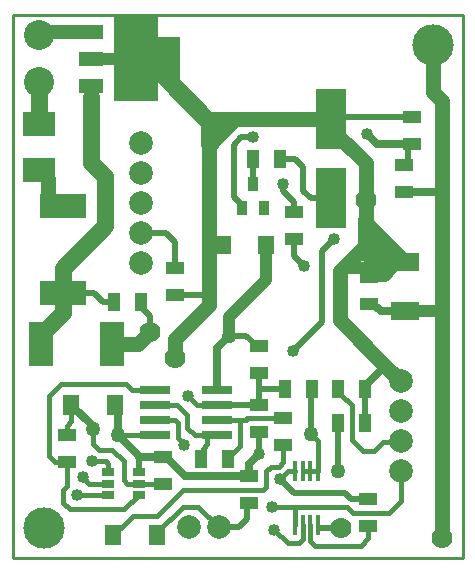
<source format=gtl>
%FSLAX25Y25*%
%MOIN*%
G70*
G01*
G75*
G04 Layer_Physical_Order=1*
G04 Layer_Color=255*
%ADD10R,0.05906X0.03937*%
%ADD11R,0.03937X0.05906*%
%ADD12R,0.11024X0.07874*%
%ADD13R,0.05512X0.07087*%
%ADD14R,0.07874X0.14961*%
%ADD15R,0.10000X0.20000*%
%ADD16R,0.01700X0.06600*%
%ADD17R,0.15748X0.07874*%
%ADD18R,0.10000X0.03000*%
%ADD19R,0.09000X0.15000*%
%ADD20R,0.08465X0.05000*%
%ADD21R,0.03500X0.05000*%
%ADD22R,0.04200X0.02600*%
%ADD23R,0.05512X0.06299*%
%ADD24R,0.09449X0.06299*%
%ADD25C,0.02000*%
%ADD26C,0.05000*%
%ADD27C,0.06000*%
%ADD28C,0.04500*%
%ADD29C,0.05500*%
%ADD30C,0.01500*%
%ADD31C,0.03000*%
%ADD32C,0.04000*%
%ADD33C,0.02500*%
%ADD34C,0.01000*%
%ADD35R,0.08000X0.04428*%
%ADD36R,0.07572X0.06428*%
%ADD37R,0.06500X0.08500*%
%ADD38R,0.04500X0.03500*%
%ADD39R,0.04000X0.12000*%
%ADD40R,0.04700X0.09400*%
%ADD41R,0.10000X0.05200*%
%ADD42R,0.15100X0.28000*%
%ADD43R,0.08000X0.06500*%
%ADD44R,0.07500X0.03500*%
%ADD45C,0.07874*%
%ADD46C,0.13780*%
%ADD47C,0.10000*%
%ADD48C,0.04000*%
%ADD49C,0.07000*%
%ADD50C,0.05000*%
D10*
X83100Y105200D02*
D03*
Y96200D02*
D03*
X7500Y22000D02*
D03*
Y31000D02*
D03*
X39500Y23700D02*
D03*
Y14700D02*
D03*
X120000Y121000D02*
D03*
Y112000D02*
D03*
X108100Y83700D02*
D03*
Y74700D02*
D03*
X71500Y51700D02*
D03*
Y60700D02*
D03*
Y32000D02*
D03*
Y41000D02*
D03*
X79500Y36500D02*
D03*
Y27500D02*
D03*
X122500Y137000D02*
D03*
Y128000D02*
D03*
X108000Y9500D02*
D03*
Y500D02*
D03*
X43600Y77700D02*
D03*
Y86700D02*
D03*
X68100Y17200D02*
D03*
Y8200D02*
D03*
D11*
X89100Y46200D02*
D03*
X80100D02*
D03*
X52300Y23000D02*
D03*
X61300D02*
D03*
X107000Y35000D02*
D03*
X98000D02*
D03*
X107000Y46200D02*
D03*
X98000D02*
D03*
X78500Y123000D02*
D03*
X69500D02*
D03*
X23100Y75200D02*
D03*
X32100D02*
D03*
D12*
X-1900Y119346D02*
D03*
Y134700D02*
D03*
D13*
X37600Y-2300D02*
D03*
X23033D02*
D03*
X23500Y41000D02*
D03*
X8933D02*
D03*
D14*
X-1022Y61200D02*
D03*
X22600D02*
D03*
D15*
X95500Y136200D02*
D03*
Y109800D02*
D03*
D16*
X83500Y1000D02*
D03*
X86059D02*
D03*
X88618D02*
D03*
X91177D02*
D03*
X83500Y19110D02*
D03*
X86059D02*
D03*
X88618D02*
D03*
X91177D02*
D03*
D17*
X6100Y107334D02*
D03*
Y78200D02*
D03*
D18*
X37000Y46000D02*
D03*
Y41000D02*
D03*
Y36000D02*
D03*
Y31000D02*
D03*
X57500Y36000D02*
D03*
Y41000D02*
D03*
Y31000D02*
D03*
Y46000D02*
D03*
D19*
X40797Y156200D02*
D03*
D20*
X15600Y147200D02*
D03*
Y156200D02*
D03*
Y165200D02*
D03*
D21*
X65800Y106700D02*
D03*
X73280D02*
D03*
X69540Y114574D02*
D03*
D22*
X21300Y14740D02*
D03*
X31500Y18480D02*
D03*
Y14740D02*
D03*
Y11000D02*
D03*
X21300D02*
D03*
Y18480D02*
D03*
D23*
X73773Y94200D02*
D03*
X59600D02*
D03*
D24*
X120100Y88700D02*
D03*
Y72165D02*
D03*
D25*
X83400Y123000D02*
X86200Y120200D01*
Y112400D02*
Y120200D01*
Y112400D02*
X88800Y109800D01*
X95500D01*
X32600Y73200D02*
X35100Y70700D01*
Y65200D02*
Y70700D01*
X79600Y112200D02*
Y114700D01*
Y112200D02*
X83100Y108700D01*
Y105200D02*
Y108700D01*
Y90700D02*
Y96200D01*
Y90700D02*
X86600Y87200D01*
X92600Y92200D02*
X96600Y96200D01*
X92600Y68500D02*
Y92200D01*
X83000Y58900D02*
X92600Y68500D01*
X63100Y110200D02*
X65100Y108200D01*
X63100Y110200D02*
Y127700D01*
X6100Y78200D02*
X16600D01*
X19600Y75200D01*
X23100D01*
X43600Y77700D02*
X54700D01*
X43600Y86700D02*
Y95200D01*
X40600Y98200D02*
X43600Y95200D01*
X32100Y98200D02*
X40600D01*
X67300Y64100D02*
X70200Y61200D01*
X61700Y64100D02*
X67300D01*
X71500Y41000D02*
Y51700D01*
X71800Y46200D02*
X80100D01*
X121200Y122300D02*
Y126800D01*
X98000Y18800D02*
Y35000D01*
X102200Y9500D02*
X108000D01*
X100200Y11500D02*
X102200Y9500D01*
X83200Y11500D02*
X100200D01*
X78400Y16300D02*
X83200Y11500D01*
X91800Y-100D02*
X98800D01*
X89000Y31200D02*
Y46200D01*
X107000Y35000D02*
Y46200D01*
X96300Y137000D02*
X122500D01*
X69500Y115700D02*
Y123000D01*
X67500Y2900D02*
Y7000D01*
X71500Y24700D02*
Y32000D01*
X57500Y41000D02*
X71500D01*
X31500Y18480D02*
Y23900D01*
X63100Y127700D02*
X65600Y130200D01*
X69600D01*
X96600Y96200D02*
X96800D01*
X64800Y200D02*
X67500Y2900D01*
X58100Y200D02*
X64800D01*
X78500Y123000D02*
X83400D01*
X107000Y46200D02*
Y47400D01*
D26*
X57200Y129800D02*
Y133100D01*
Y129800D02*
X63600Y136200D01*
X54800Y127400D02*
X57200Y129800D01*
X54800Y74400D02*
Y77600D01*
X43500Y63100D02*
X54800Y74400D01*
X43500Y56600D02*
Y63100D01*
X31100Y61200D02*
X35100Y65200D01*
X22600Y61200D02*
X31100D01*
X54800Y77600D02*
Y127400D01*
X1100Y111200D02*
Y116200D01*
X98600Y69200D02*
Y85700D01*
X109600Y96700D01*
X54700Y77700D02*
X54800Y77600D01*
X129500Y145400D02*
Y160800D01*
Y145400D02*
X132500Y142400D01*
Y112000D02*
Y142400D01*
X107100Y109200D02*
Y121500D01*
X95500Y133100D02*
X107100Y121500D01*
X95500Y133100D02*
Y136200D01*
X63600D02*
X95500D01*
X40797Y152503D02*
Y156200D01*
X107100Y101700D02*
Y109200D01*
Y101700D02*
X120100Y88700D01*
X132500Y-3500D02*
Y112000D01*
X113700Y54100D02*
X119000Y48800D01*
X98600Y69200D02*
X113700Y54100D01*
D27*
X38850Y151450D02*
X57200Y133100D01*
D28*
X1100Y165200D02*
X15600D01*
D29*
X-150Y65450D02*
X6100Y71700D01*
Y78200D01*
Y86700D01*
X20100Y100700D01*
Y117200D01*
X15600Y121700D02*
X20100Y117200D01*
X-1900Y134700D02*
Y148700D01*
X15600Y121700D02*
Y143700D01*
D30*
X102500Y29300D02*
Y40800D01*
X98900Y44400D02*
X102500Y40800D01*
X3600Y22000D02*
X7500D01*
X1500Y24100D02*
X3600Y22000D01*
X1500Y43800D02*
X5700Y48000D01*
X1500Y24100D02*
Y43800D01*
X27300Y48000D02*
X29300Y46000D01*
X5700Y48000D02*
X27300D01*
X29300Y46000D02*
X37000D01*
X22500Y26100D02*
X26400Y22200D01*
Y16000D02*
Y22200D01*
Y16000D02*
X27660Y14740D01*
X18100Y26100D02*
X22500D01*
X12900Y16800D02*
X14960Y14740D01*
X6200Y8400D02*
X8400Y6200D01*
X6200Y8400D02*
Y12500D01*
X7500Y13800D01*
Y22000D01*
X67600Y36500D02*
X79500D01*
X67100Y36000D02*
X67600Y36500D01*
X65200Y36000D02*
X67100D01*
X100900Y7000D02*
X102900Y5000D01*
X83500Y7000D02*
X100900D01*
X75900D02*
X83500D01*
Y1000D02*
Y7000D01*
X81210Y19110D02*
X83409D01*
X78400Y16300D02*
X81210Y19110D01*
X78100Y20400D02*
X79500Y21800D01*
X75500Y20400D02*
X78100D01*
X74000Y18900D02*
X75500Y20400D01*
X74000Y13700D02*
Y18900D01*
X72900Y12600D02*
X74000Y13700D01*
X79500Y21800D02*
Y27500D01*
X88618Y19110D02*
X91177D01*
X86059D02*
X88618D01*
X91177D02*
Y29023D01*
X108000Y-3500D02*
Y500D01*
X105500Y-6000D02*
X108000Y-3500D01*
X90200Y-6000D02*
X105500D01*
X84900Y-5000D02*
X86059Y-3841D01*
X81100Y-5000D02*
X84900D01*
X76700Y-600D02*
X81100Y-5000D01*
X86059Y-3841D02*
Y1000D01*
X88618Y-4418D02*
X90200Y-6000D01*
X88618Y-4418D02*
Y1000D01*
X50100Y31000D02*
X57500D01*
X47700Y33400D02*
X50100Y31000D01*
X47700Y33400D02*
Y37500D01*
X44200Y41000D02*
X47700Y37500D01*
X37000Y41000D02*
X44200D01*
X65200Y27400D02*
Y36000D01*
X57500D02*
X65200D01*
X61900Y24100D02*
X65200Y27400D01*
X54300Y27800D02*
Y30100D01*
X52900Y26400D02*
X54300Y27800D01*
X52900Y23000D02*
Y26400D01*
X48000Y43900D02*
X50900Y41000D01*
X21300Y18480D02*
Y21300D01*
X20400Y22200D02*
X21300Y21300D01*
X16000Y22200D02*
X20400D01*
X14960Y14740D02*
X21300D01*
X50900Y41000D02*
X57500D01*
X27660Y14740D02*
X31500D01*
X24400Y31000D02*
X37000D01*
X8933Y35533D02*
Y41000D01*
X7500Y34100D02*
X8933Y35533D01*
X7500Y31000D02*
Y34100D01*
X31500Y14740D02*
X39460D01*
X16100Y28100D02*
X18100Y26100D01*
X16100Y28100D02*
Y33100D01*
X10800Y11000D02*
X21300D01*
X37000Y36000D02*
X43600D01*
X44500Y35100D01*
Y29800D02*
Y35100D01*
Y29800D02*
X46600Y27700D01*
X8400Y6200D02*
X26700D01*
X31500Y11000D01*
X46100Y12600D02*
X72900D01*
X25450Y-50D02*
X29500Y4000D01*
X37500D01*
X46100Y12600D01*
X37600Y-1486D02*
X46086Y7000D01*
X51300D01*
X58100Y200D01*
X102900Y5000D02*
X114900D01*
X119000Y9100D01*
Y18800D01*
X102500Y29300D02*
X106100Y25700D01*
X110000D01*
X113000Y28700D01*
X117300D01*
X89000Y31200D02*
X91177Y29023D01*
D31*
X108100Y83700D02*
X113600D01*
X117350Y87450D01*
D32*
X73773Y82473D02*
Y94200D01*
X61700Y70400D02*
X73773Y82473D01*
X61700Y64100D02*
Y70400D01*
X15600Y156200D02*
X26000D01*
X120100Y72165D02*
X132465D01*
X37600Y-2300D02*
Y-1486D01*
Y-913D01*
D33*
X57500Y59900D02*
X61700Y64100D01*
X120000Y112000D02*
X132500D01*
X68100Y21300D02*
X71500Y24700D01*
X24400Y31000D02*
Y40100D01*
X47000Y17200D02*
X66300D01*
X24400Y31000D02*
X31500Y23900D01*
X57500Y46000D02*
Y59900D01*
X41900Y22300D02*
X47000Y17200D01*
X31700Y23700D02*
X39500D01*
X8933Y41000D02*
X16100Y33833D01*
X108100Y74700D02*
X109600D01*
X112135Y72165D01*
X120100D01*
X110800Y128000D02*
X122500D01*
X107600Y131200D02*
X110800Y128000D01*
X68100Y17200D02*
Y21300D01*
X107000Y47400D02*
X113700Y54100D01*
D34*
X12900Y16700D02*
X13500Y16100D01*
X61900Y23000D02*
Y24100D01*
X23500Y41000D02*
X24400Y40100D01*
X-1834Y120412D02*
X-700Y121546D01*
X39460Y14740D02*
X39500Y14700D01*
X16100Y33100D02*
Y33833D01*
X-1900Y164300D02*
X200Y162200D01*
X139500Y-10000D02*
Y171000D01*
X-10500Y-10000D02*
X139500D01*
X-10500Y171000D02*
X139500D01*
X-10500Y-10000D02*
Y171000D01*
D35*
X102600Y86486D02*
D03*
D36*
X110386Y87486D02*
D03*
D37*
X113350Y89450D02*
D03*
D38*
X105850Y90450D02*
D03*
D39*
X106600Y97200D02*
D03*
D40*
X54650Y131500D02*
D03*
D41*
X59300Y136100D02*
D03*
D42*
X30450Y156200D02*
D03*
D43*
X111100Y91450D02*
D03*
D44*
X104350Y86950D02*
D03*
D45*
X32100Y98200D02*
D03*
Y108200D02*
D03*
Y118200D02*
D03*
Y128200D02*
D03*
Y88200D02*
D03*
X119000Y18800D02*
D03*
Y28800D02*
D03*
Y38800D02*
D03*
Y48800D02*
D03*
X58100Y200D02*
D03*
X48100D02*
D03*
D46*
X0Y0D02*
D03*
X129500Y160800D02*
D03*
D47*
X-1900Y148700D02*
D03*
Y164300D02*
D03*
D48*
X79600Y114700D02*
D03*
X86600Y87200D02*
D03*
X12900Y16800D02*
D03*
X78400Y16300D02*
D03*
X71500Y24700D02*
D03*
X76700Y-600D02*
D03*
X75900Y7000D02*
D03*
X48000Y43900D02*
D03*
X16000Y22200D02*
D03*
X34000Y146000D02*
D03*
X26000D02*
D03*
X30000Y151000D02*
D03*
X34000Y156200D02*
D03*
X26000D02*
D03*
X30000Y161000D02*
D03*
X34000Y166000D02*
D03*
X26000D02*
D03*
X69600Y130200D02*
D03*
X10800Y11000D02*
D03*
X46600Y27700D02*
D03*
X83000Y58900D02*
D03*
X107600Y131200D02*
D03*
X96600Y96200D02*
D03*
D49*
X35100Y65200D02*
D03*
X132500Y-3500D02*
D03*
X98800Y-100D02*
D03*
X107100Y109200D02*
D03*
X43500Y56600D02*
D03*
D50*
X98000Y18800D02*
D03*
X89000Y31200D02*
D03*
X16100Y33100D02*
D03*
X24400Y31000D02*
D03*
X61700Y64100D02*
D03*
M02*

</source>
